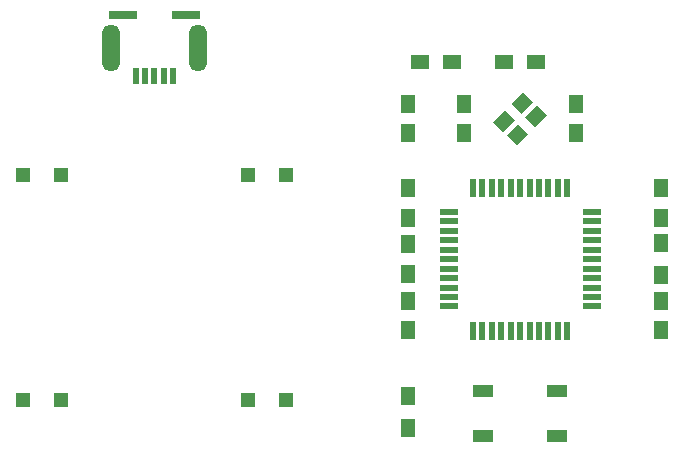
<source format=gbp>
G04 #@! TF.FileFunction,Paste,Bot*
%FSLAX46Y46*%
G04 Gerber Fmt 4.6, Leading zero omitted, Abs format (unit mm)*
G04 Created by KiCad (PCBNEW 4.0.7-e2-6376~58~ubuntu16.04.1) date Sun Oct 15 00:03:39 2017*
%MOMM*%
%LPD*%
G01*
G04 APERTURE LIST*
%ADD10C,0.100000*%
%ADD11R,1.250000X1.500000*%
%ADD12R,1.200000X1.200000*%
%ADD13R,2.350000X0.800000*%
%ADD14R,0.500000X1.400000*%
%ADD15O,1.500000X4.000000*%
%ADD16R,1.300000X1.500000*%
%ADD17R,1.500000X1.300000*%
%ADD18R,1.700000X1.000000*%
%ADD19R,1.500000X0.520000*%
%ADD20R,0.520000X1.500000*%
G04 APERTURE END LIST*
D10*
D11*
X85725000Y-96381250D03*
X85725000Y-98881250D03*
X76200000Y-96381250D03*
X76200000Y-98881250D03*
X92868750Y-113050000D03*
X92868750Y-115550000D03*
X92868750Y-103525000D03*
X92868750Y-106025000D03*
X71437500Y-106025000D03*
X71437500Y-103525000D03*
X71437500Y-98881250D03*
X71437500Y-96381250D03*
X71437500Y-115550000D03*
X71437500Y-113050000D03*
X71437500Y-110787500D03*
X71437500Y-108287500D03*
D12*
X42056250Y-102393750D03*
X38906250Y-102393750D03*
X42056250Y-121443750D03*
X38906250Y-121443750D03*
X61106250Y-102393750D03*
X57956250Y-102393750D03*
X61106250Y-121443750D03*
X57956250Y-121443750D03*
D13*
X52681250Y-88859375D03*
X47331250Y-88859375D03*
D14*
X48406250Y-94059375D03*
X49206250Y-94059375D03*
X50006250Y-94059375D03*
X50806250Y-94059375D03*
X51606250Y-94059375D03*
D15*
X46356250Y-91659375D03*
X53656250Y-91659375D03*
D16*
X71500000Y-123850000D03*
X71500000Y-121150000D03*
X92868750Y-110887500D03*
X92868750Y-108187500D03*
D17*
X72468750Y-92868750D03*
X75168750Y-92868750D03*
X79612500Y-92868750D03*
X82312500Y-92868750D03*
D18*
X77812500Y-124534375D03*
X84112500Y-124534375D03*
X77812500Y-120734375D03*
X84112500Y-120734375D03*
D19*
X74912500Y-113537500D03*
X74912500Y-112737500D03*
X74912500Y-111937500D03*
X74912500Y-111137500D03*
X74912500Y-110337500D03*
X74912500Y-109537500D03*
X74912500Y-108737500D03*
X74912500Y-107937500D03*
X74912500Y-107137500D03*
X74912500Y-106337500D03*
X74912500Y-105537500D03*
D20*
X76962500Y-103487500D03*
X77762500Y-103487500D03*
X78562500Y-103487500D03*
X79362500Y-103487500D03*
X80162500Y-103487500D03*
X80962500Y-103487500D03*
X81762500Y-103487500D03*
X82562500Y-103487500D03*
X83362500Y-103487500D03*
X84162500Y-103487500D03*
X84962500Y-103487500D03*
D19*
X87012500Y-105537500D03*
X87012500Y-106337500D03*
X87012500Y-107137500D03*
X87012500Y-107937500D03*
X87012500Y-108737500D03*
X87012500Y-109537500D03*
X87012500Y-110337500D03*
X87012500Y-111137500D03*
X87012500Y-111937500D03*
X87012500Y-112737500D03*
X87012500Y-113537500D03*
D20*
X84962500Y-115587500D03*
X84162500Y-115587500D03*
X83362500Y-115587500D03*
X82562500Y-115587500D03*
X81762500Y-115587500D03*
X80962500Y-115587500D03*
X80162500Y-115587500D03*
X79362500Y-115587500D03*
X78562500Y-115587500D03*
X77762500Y-115587500D03*
X76962500Y-115587500D03*
D10*
G36*
X82376714Y-96499879D02*
X83225242Y-97348407D01*
X82235292Y-98338357D01*
X81386764Y-97489829D01*
X82376714Y-96499879D01*
X82376714Y-96499879D01*
G37*
G36*
X80821079Y-98055514D02*
X81669607Y-98904042D01*
X80679657Y-99893992D01*
X79831129Y-99045464D01*
X80821079Y-98055514D01*
X80821079Y-98055514D01*
G37*
G36*
X81245343Y-95368508D02*
X82093871Y-96217036D01*
X81103921Y-97206986D01*
X80255393Y-96358458D01*
X81245343Y-95368508D01*
X81245343Y-95368508D01*
G37*
G36*
X79689708Y-96924143D02*
X80538236Y-97772671D01*
X79548286Y-98762621D01*
X78699758Y-97914093D01*
X79689708Y-96924143D01*
X79689708Y-96924143D01*
G37*
M02*

</source>
